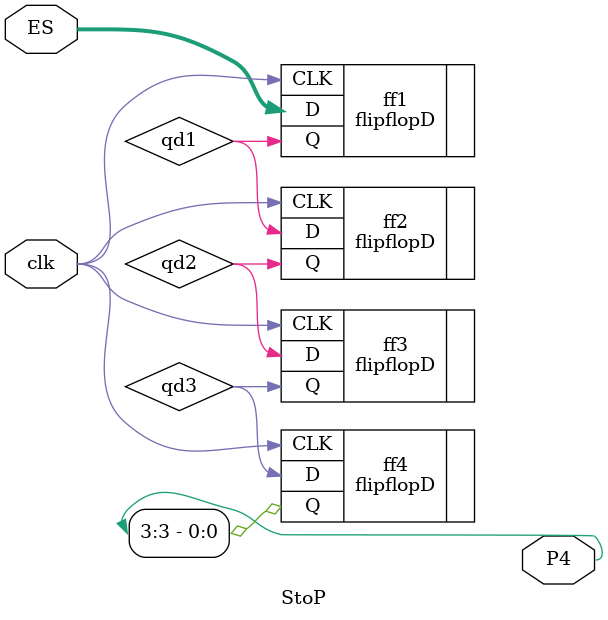
<source format=v>
`timescale 1ns / 1ps
module StoP( ES,clk, P4);

  input [3 :0] ES;
  input clk;
  output [3 :0] P4;


  wire qd1,qd2,qd3;
  flipflopD ff1 (.D(ES) , .Q(qd1) , .CLK(clk));
  flipflopD ff2 (.D(qd1) , .Q(qd2) , .CLK(clk));
  flipflopD ff3 (.D(qd2) , .Q(qd3) , .CLK(clk));
  flipflopD ff4 (.D(qd3) , .Q(P4[3]) , .CLK(clk));

endmodule

</source>
